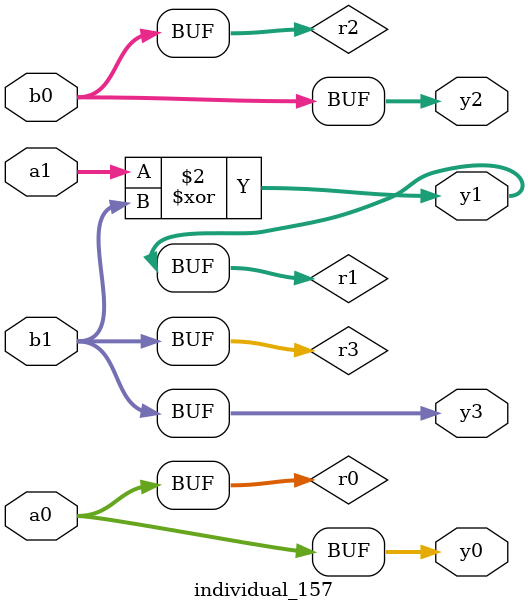
<source format=sv>
module individual_157(input logic [15:0] a1, input logic [15:0] a0, input logic [15:0] b1, input logic [15:0] b0, output logic [15:0] y3, output logic [15:0] y2, output logic [15:0] y1, output logic [15:0] y0);
logic [15:0] r0, r1, r2, r3; 
 always@(*) begin 
	 r0 = a0; r1 = a1; r2 = b0; r3 = b1; 
 	 r1  ^=  b1 ;
 	 y3 = r3; y2 = r2; y1 = r1; y0 = r0; 
end
endmodule
</source>
